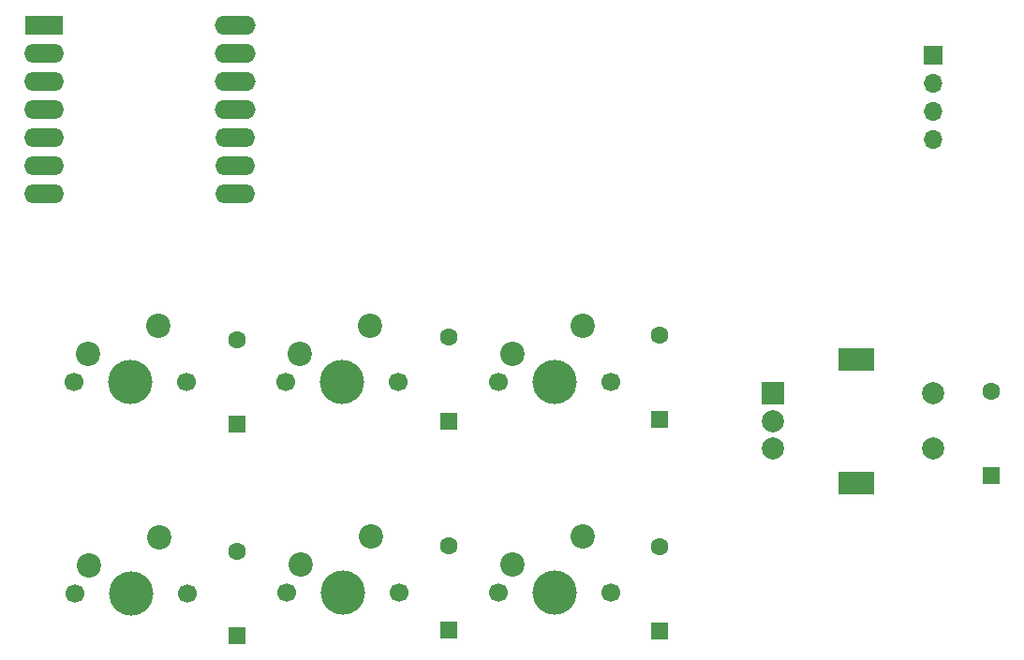
<source format=gbr>
%TF.GenerationSoftware,KiCad,Pcbnew,9.0.7*%
%TF.CreationDate,2026-02-22T10:45:32+05:30*%
%TF.ProjectId,Pomopad,506f6d6f-7061-4642-9e6b-696361645f70,rev?*%
%TF.SameCoordinates,Original*%
%TF.FileFunction,Soldermask,Top*%
%TF.FilePolarity,Negative*%
%FSLAX46Y46*%
G04 Gerber Fmt 4.6, Leading zero omitted, Abs format (unit mm)*
G04 Created by KiCad (PCBNEW 9.0.7) date 2026-02-22 10:45:32*
%MOMM*%
%LPD*%
G01*
G04 APERTURE LIST*
G04 Aperture macros list*
%AMRoundRect*
0 Rectangle with rounded corners*
0 $1 Rounding radius*
0 $2 $3 $4 $5 $6 $7 $8 $9 X,Y pos of 4 corners*
0 Add a 4 corners polygon primitive as box body*
4,1,4,$2,$3,$4,$5,$6,$7,$8,$9,$2,$3,0*
0 Add four circle primitives for the rounded corners*
1,1,$1+$1,$2,$3*
1,1,$1+$1,$4,$5*
1,1,$1+$1,$6,$7*
1,1,$1+$1,$8,$9*
0 Add four rect primitives between the rounded corners*
20,1,$1+$1,$2,$3,$4,$5,0*
20,1,$1+$1,$4,$5,$6,$7,0*
20,1,$1+$1,$6,$7,$8,$9,0*
20,1,$1+$1,$8,$9,$2,$3,0*%
G04 Aperture macros list end*
%ADD10C,1.700000*%
%ADD11C,4.000000*%
%ADD12C,2.200000*%
%ADD13R,2.000000X2.000000*%
%ADD14C,2.000000*%
%ADD15R,3.200000X2.000000*%
%ADD16R,3.500000X1.700000*%
%ADD17O,3.600000X1.700000*%
%ADD18O,3.700000X1.700000*%
%ADD19R,1.700000X1.700000*%
%ADD20O,1.700000X1.700000*%
%ADD21RoundRect,0.250000X0.550000X-0.550000X0.550000X0.550000X-0.550000X0.550000X-0.550000X-0.550000X0*%
%ADD22C,1.600000*%
G04 APERTURE END LIST*
D10*
%TO.C,SW7*%
X90900000Y-169000000D03*
D11*
X95980000Y-169000000D03*
D10*
X101060000Y-169000000D03*
D12*
X98520000Y-163920000D03*
X92170000Y-166460000D03*
%TD*%
D10*
%TO.C,SW6*%
X90900000Y-149980000D03*
D11*
X95980000Y-149980000D03*
D10*
X101060000Y-149980000D03*
D12*
X98520000Y-144900000D03*
X92170000Y-147440000D03*
%TD*%
D10*
%TO.C,SW5*%
X71770000Y-169000000D03*
D11*
X76850000Y-169000000D03*
D10*
X81930000Y-169000000D03*
D12*
X79390000Y-163920000D03*
X73040000Y-166460000D03*
%TD*%
D13*
%TO.C,SW1*%
X115730000Y-150990000D03*
D14*
X115730000Y-155990000D03*
X115730000Y-153490000D03*
D15*
X123230000Y-147890000D03*
X123230000Y-159090000D03*
D14*
X130230000Y-155990000D03*
X130230000Y-150990000D03*
%TD*%
D16*
%TO.C,U1*%
X49880000Y-117680000D03*
D17*
X49880000Y-120220000D03*
X49880000Y-122760000D03*
X49880000Y-125300000D03*
X49880000Y-127840000D03*
X49880000Y-130380000D03*
X49880000Y-132920000D03*
X67130000Y-132920000D03*
X67130000Y-130380000D03*
X67130000Y-127840000D03*
D18*
X67130000Y-125300000D03*
X67130000Y-122760000D03*
X67130000Y-120220000D03*
X67130000Y-117680000D03*
%TD*%
D10*
%TO.C,SW3*%
X52630000Y-169050000D03*
D11*
X57710000Y-169050000D03*
D10*
X62790000Y-169050000D03*
D12*
X60250000Y-163970000D03*
X53900000Y-166510000D03*
%TD*%
D10*
%TO.C,SW4*%
X71740000Y-149940000D03*
D11*
X76820000Y-149940000D03*
D10*
X81900000Y-149940000D03*
D12*
X79360000Y-144860000D03*
X73010000Y-147400000D03*
%TD*%
D19*
%TO.C,J1*%
X130210000Y-120390000D03*
D20*
X130210000Y-122930000D03*
X130210000Y-125470000D03*
X130210000Y-128010000D03*
%TD*%
D10*
%TO.C,SW2*%
X52590000Y-149940000D03*
D11*
X57670000Y-149940000D03*
D10*
X62750000Y-149940000D03*
D12*
X60210000Y-144860000D03*
X53860000Y-147400000D03*
%TD*%
D21*
%TO.C,D12*%
X67260000Y-153750000D03*
D22*
X67260000Y-146130000D03*
%TD*%
D21*
%TO.C,D15*%
X86400000Y-172430000D03*
D22*
X86400000Y-164810000D03*
%TD*%
D21*
%TO.C,D17*%
X105490000Y-172500000D03*
D22*
X105490000Y-164880000D03*
%TD*%
D21*
%TO.C,D16*%
X105510000Y-153360000D03*
D22*
X105510000Y-145740000D03*
%TD*%
D21*
%TO.C,D14*%
X86420000Y-153550000D03*
D22*
X86420000Y-145930000D03*
%TD*%
D21*
%TO.C,D13*%
X67270000Y-172880000D03*
D22*
X67270000Y-165260000D03*
%TD*%
D21*
%TO.C,D11*%
X135450000Y-158390000D03*
D22*
X135450000Y-150770000D03*
%TD*%
M02*

</source>
